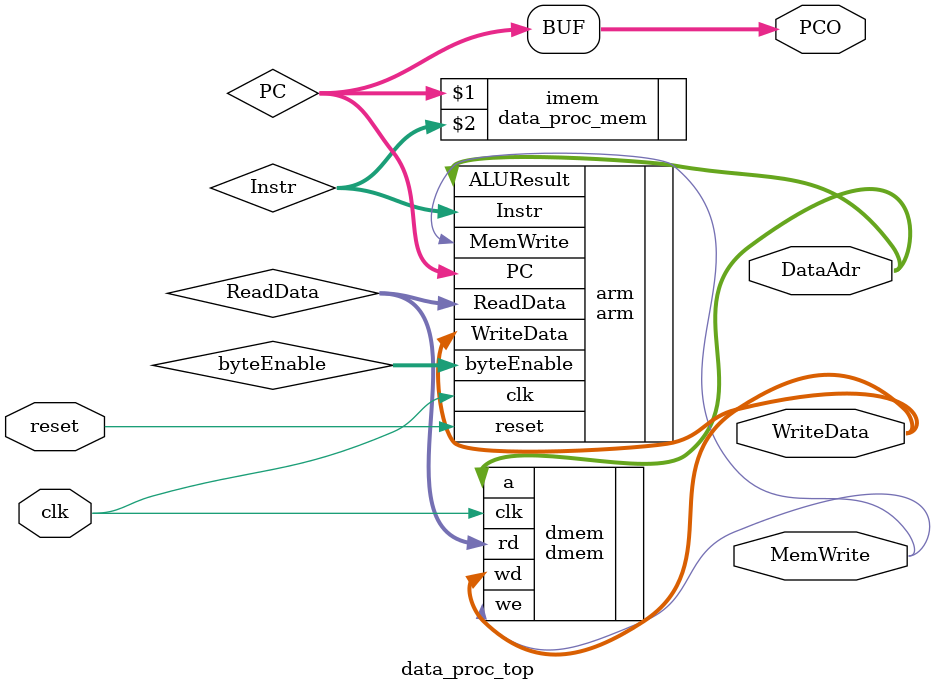
<source format=sv>
module data_proc_top(
    input  logic clk, reset,
    output logic [31:0] DataAdr,
    output logic [31:0] WriteData,
    output logic MemWrite,
	output logic [31:0] PCO
    );

    logic [31:0] PC, Instr, ReadData;
	logic [3:0] byteEnable;
	assign PCO = PC;

    // instantiate processor and memories
    arm  arm(.clk(clk), .reset(reset), .PC(PC), .Instr(Instr), .MemWrite(MemWrite), 
				.ALUResult(DataAdr), .WriteData(WriteData), .ReadData(ReadData), .byteEnable(byteEnable));
    
    data_proc_mem imem(PC, Instr);
    
	
    dmem dmem(.clk(clk), .we(MemWrite), .a(DataAdr), .wd(WriteData), .rd(ReadData));
    
endmodule

</source>
